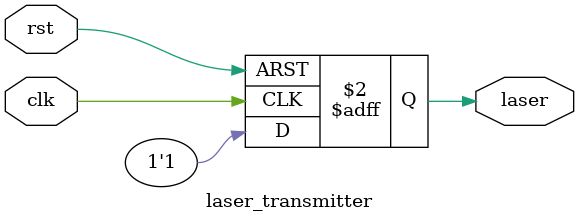
<source format=v>
`timescale 1ns / 1ps


module laser_transmitter(
    input wire clk,     // Clock input
    input wire rst,     // Reset input
    output reg laser    // Output for laser control
);

always @(posedge clk or posedge rst) begin
    if (rst) begin
        laser <= 1'b0;      // Turn off the laser initially
    end else begin
        laser <= 1'b1;      // Turn on the laser
    end
end

endmodule

</source>
